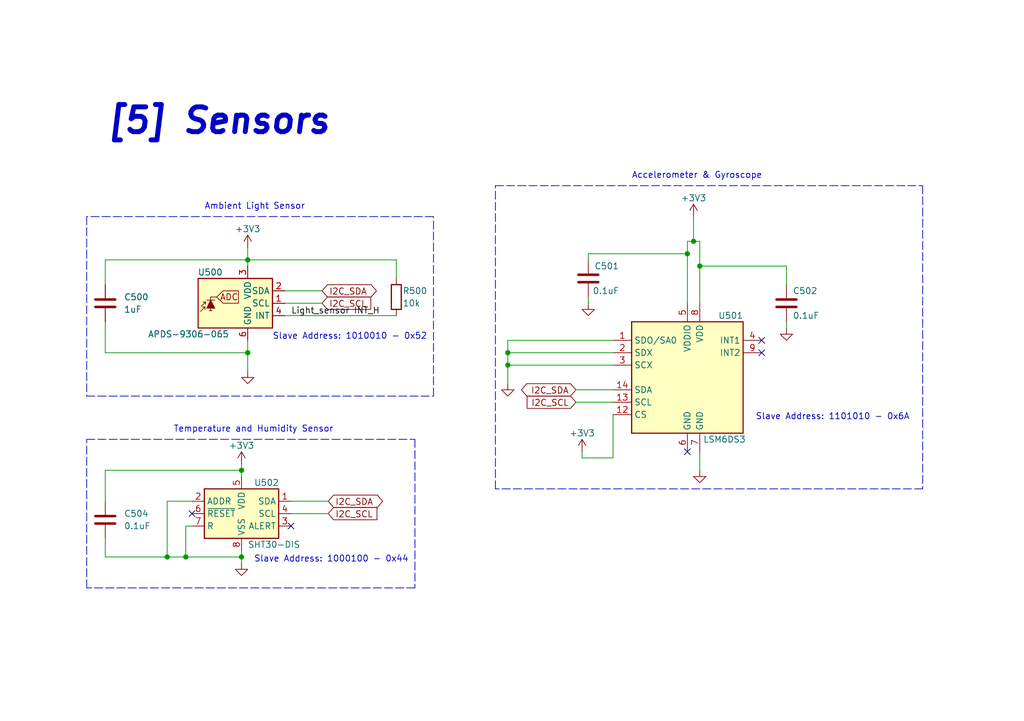
<source format=kicad_sch>
(kicad_sch (version 20231120) (generator "eeschema") (generator_version "8.0")
  (paper "A5")
  (lib_symbols
    (symbol "Device:C" (pin_numbers hide) (pin_names (offset 0.254))
      (property "Reference" "C" (at 0.635 2.54 0))
      (property "Value" "C" (at 0.635 -2.54 0))
      (symbol "C_0_1"
        (polyline (pts (xy -2.032 -0.762) (xy 2.032 -0.762)) (stroke (width 0.508)))
        (polyline (pts (xy -2.032 0.762) (xy 2.032 0.762)) (stroke (width 0.508)))
      )
      (symbol "C_1_1"
        (pin passive line (at 0 3.81 270) (length 2.794) (name "~") (number "1"))
        (pin passive line (at 0 -3.81 90) (length 2.794) (name "~") (number "2"))
      )
    )
    (symbol "Device:R" (pin_numbers hide) (pin_names (offset 0))
      (property "Reference" "R" (at 2.032 0 90))
      (property "Value" "R" (at 0 0 90))
      (symbol "R_0_1"
        (rectangle (start -1.016 -2.54) (end 1.016 2.54) (stroke (width 0.254)))
      )
      (symbol "R_1_1"
        (pin passive line (at 0 3.81 270) (length 1.27) (name "~") (number "1"))
        (pin passive line (at 0 -3.81 90) (length 1.27) (name "~") (number "2"))
      )
    )
    (symbol "Sensor_Humidity:SHT30-DIS"
      (property "Reference" "U" (at -6.35 6.35 0))
      (property "Value" "SHT30-DIS" (at 6.35 6.35 0))
      (symbol "SHT30-DIS_0_1"
        (rectangle (start -7.62 5.08) (end 7.62 -5.08) (stroke (width 0.254)) (fill (type background)))
      )
      (symbol "SHT30-DIS_1_1"
        (pin bidirectional line (at 10.16 2.54 180) (length 2.54) (name "SDA") (number "1"))
        (pin input line (at -10.16 2.54 0) (length 2.54) (name "ADDR") (number "2"))
        (pin output line (at 10.16 -2.54 180) (length 2.54) (name "ALERT") (number "3"))
        (pin input line (at 10.16 0 180) (length 2.54) (name "SCL") (number "4"))
        (pin power_in line (at 0 7.62 270) (length 2.54) (name "VDD") (number "5"))
        (pin input line (at -10.16 0 0) (length 2.54) (name "~{RESET}") (number "6"))
        (pin passive line (at -10.16 -2.54 0) (length 2.54) (name "R") (number "7"))
        (pin power_in line (at 0 -7.62 90) (length 2.54) (name "VSS") (number "8"))
        (pin passive line (at 0 -7.62 90) (length 2.54) hide (name "VSS") (number "9"))
      )
    )
    (symbol "Sensor_Motion:LSM6DS3"
      (property "Reference" "U" (at -11.43 15.24 0))
      (property "Value" "LSM6DS3" (at -11.43 12.7 0))
      (symbol "LSM6DS3_0_1"
        (rectangle (start 11.43 11.43) (end -11.43 -11.43) (stroke (width 0.254)) (fill (type background)))
      )
      (symbol "LSM6DS3_1_1"
        (pin bidirectional line (at -15.24 7.62 0) (length 3.81) (name "SDO/SA0") (number "1"))
        (pin no_connect line (at 10.16 -5.08 180) (length 3.81) hide (name "NC") (number "10"))
        (pin no_connect line (at 10.16 -2.54 180) (length 3.81) hide (name "NC") (number "11"))
        (pin input line (at -15.24 -7.62 0) (length 3.81) (name "CS") (number "12"))
        (pin input line (at -15.24 -5.08 0) (length 3.81) (name "SCL") (number "13"))
        (pin bidirectional line (at -15.24 -2.54 0) (length 3.81) (name "SDA") (number "14"))
        (pin bidirectional line (at -15.24 5.08 0) (length 3.81) (name "SDX") (number "2"))
        (pin input line (at -15.24 2.54 0) (length 3.81) (name "SCX") (number "3"))
        (pin output line (at 15.24 7.62 180) (length 3.81) (name "INT1") (number "4"))
        (pin power_in line (at 0 15.24 270) (length 3.81) (name "VDDIO") (number "5"))
        (pin power_in line (at 0 -15.24 90) (length 3.81) (name "GND") (number "6"))
        (pin power_in line (at 2.54 -15.24 90) (length 3.81) (name "GND") (number "7"))
        (pin power_in line (at 2.54 15.24 270) (length 3.81) (name "VDD") (number "8"))
        (pin output line (at 15.24 5.08 180) (length 3.81) (name "INT2") (number "9"))
      )
    )
    (symbol "Sensor_Optical:APDS-9306-065"
      (property "Reference" "U" (at -6.35 6.35 0))
      (property "Value" "APDS-9306-065" (at 3.81 6.35 0))
      (symbol "APDS-9306-065_0_0"
        (polyline (pts (xy -3.81 1.27) (xy -2.54 2.54) (xy 0.635 2.54) (xy 0.635 0) (xy -2.54 0) (xy -3.81 1.27)))
        (text "ADC" (at -1.27 1.27 0) (effects (font (size 1.27 1.27))))
      )
      (symbol "APDS-9306-065_0_1"
        (rectangle (start -7.62 5.08) (end 7.62 -5.08) (stroke (width 0.254)) (fill (type background)))
      )
      (symbol "APDS-9306-065_1_0"
        (polyline (pts (xy -5.08 -1.524) (xy -5.08 1.27) (xy -3.81 1.27)))
      )
      (symbol "APDS-9306-065_1_1"
        (polyline (pts (xy -6.223 -0.762) (xy -7.112 -1.651)))
        (polyline (pts (xy -6.223 -0.762) (xy -6.731 -0.762)))
        (polyline (pts (xy -6.223 -0.762) (xy -6.223 -1.27)))
        (polyline (pts (xy -6.096 0.254) (xy -6.985 -0.635)))
        (polyline (pts (xy -6.096 0.254) (xy -6.604 0.254)))
        (polyline (pts (xy -6.096 0.254) (xy -6.096 -0.254)))
        (polyline (pts (xy -5.842 0.635) (xy -4.191 0.635)))
        (polyline (pts (xy -4.826 -1.524) (xy -5.334 -1.524)))
        (polyline (pts (xy -5.842 -1.016) (xy -4.191 -1.016) (xy -5.08 0.635) (xy -5.842 -1.016)) (fill (type outline)))
        (pin input line (at 10.16 0 180) (length 2.54) (name "SCL") (number "1"))
        (pin bidirectional line (at 10.16 2.54 180) (length 2.54) (name "SDA") (number "2"))
        (pin power_in line (at 2.54 7.62 270) (length 2.54) (name "VDD") (number "3"))
        (pin open_collector line (at 10.16 -2.54 180) (length 2.54) (name "INT") (number "4"))
        (pin no_connect line (at -7.62 2.54 0) (length 2.54) hide (name "NC") (number "5"))
        (pin power_in line (at 2.54 -7.62 90) (length 2.54) (name "GND") (number "6"))
      )
    )
    (symbol "power:+3.3V" (power) (pin_names (offset 0))
      (property "Value" "+3.3V" (at 0 3.556 0))
      (symbol "+3.3V_0_1"
        (polyline (pts (xy -0.762 1.27) (xy 0 2.54)))
        (polyline (pts (xy 0 0) (xy 0 2.54)))
        (polyline (pts (xy 0 2.54) (xy 0.762 1.27)))
      )
      (symbol "+3.3V_1_1"
        (pin power_in line (at 0 0 90) (length 0) hide (name "+3V3") (number "1"))
      )
    )
    (symbol "power:GND" (power) (pin_names (offset 0))
      (property "Value" "GND" (at 0 -3.81 0))
      (symbol "GND_0_1"
        (polyline (pts (xy 0 0) (xy 0 -1.27) (xy 1.27 -1.27) (xy 0 -2.54) (xy -1.27 -1.27) (xy 0 -1.27)))
      )
      (symbol "GND_1_1"
        (pin power_in line (at 0 0 270) (length 0) hide (name "GND") (number "1"))
      )
    )
  )
  (junction (at 34.29 114.3))
  (junction (at 50.8 72.39))
  (junction (at 49.53 114.3))
  (junction (at 50.8 53.34))
  (junction (at 49.53 96.52))
  (junction (at 142.24 49.53))
  (junction (at 140.97 52.07))
  (junction (at 143.51 54.61))
  (junction (at 104.14 72.39))
  (junction (at 38.1 114.3))
  (junction (at 104.14 74.93))
  (no_connect (at 156.21 72.39))
  (no_connect (at 156.21 69.85))
  (no_connect (at 59.69 107.95))
  (no_connect (at 140.97 92.71))
  (no_connect (at 39.37 105.41))
  (wire (pts (xy 104.14 72.39) (xy 125.73 72.39)))
  (wire (pts (xy 58.42 64.77) (xy 81.28 64.77)))
  (wire (pts (xy 49.53 114.3) (xy 49.53 115.57)))
  (polyline (pts (xy 88.9 81.28) (xy 88.9 44.45)) (stroke (width 0) (type dash)))
  (wire (pts (xy 49.53 96.52) (xy 49.53 97.79)))
  (wire (pts (xy 142.24 44.45) (xy 142.24 49.53)))
  (wire (pts (xy 143.51 49.53) (xy 143.51 54.61)))
  (wire (pts (xy 21.59 53.34) (xy 21.59 58.42)))
  (wire (pts (xy 50.8 50.8) (xy 50.8 53.34)))
  (wire (pts (xy 142.24 49.53) (xy 140.97 49.53)))
  (wire (pts (xy 49.53 113.03) (xy 49.53 114.3)))
  (wire (pts (xy 104.14 74.93) (xy 125.73 74.93)))
  (wire (pts (xy 59.69 105.41) (xy 67.31 105.41)))
  (wire (pts (xy 21.59 72.39) (xy 50.8 72.39)))
  (wire (pts (xy 58.42 59.69) (xy 66.04 59.69)))
  (wire (pts (xy 125.73 82.55) (xy 118.11 82.55)))
  (wire (pts (xy 50.8 53.34) (xy 81.28 53.34)))
  (wire (pts (xy 104.14 78.74) (xy 104.14 74.93)))
  (wire (pts (xy 104.14 69.85) (xy 104.14 72.39)))
  (wire (pts (xy 50.8 53.34) (xy 50.8 54.61)))
  (wire (pts (xy 59.69 102.87) (xy 67.31 102.87)))
  (wire (pts (xy 140.97 52.07) (xy 140.97 62.23)))
  (polyline (pts (xy 17.78 120.65) (xy 17.78 90.17)) (stroke (width 0) (type dash)))
  (polyline (pts (xy 85.09 120.65) (xy 17.78 120.65)) (stroke (width 0) (type dash)))
  (polyline (pts (xy 88.9 44.45) (xy 17.78 44.45)) (stroke (width 0) (type dash)))
  (wire (pts (xy 125.73 80.01) (xy 118.11 80.01)))
  (wire (pts (xy 21.59 114.3) (xy 34.29 114.3)))
  (wire (pts (xy 143.51 92.71) (xy 143.51 96.52)))
  (wire (pts (xy 21.59 53.34) (xy 50.8 53.34)))
  (wire (pts (xy 120.65 53.34) (xy 120.65 52.07)))
  (polyline (pts (xy 17.78 44.45) (xy 17.78 81.28)) (stroke (width 0) (type dash)))
  (polyline (pts (xy 189.23 38.1) (xy 189.23 100.33)) (stroke (width 0) (type dash)))
  (wire (pts (xy 34.29 102.87) (xy 34.29 114.3)))
  (wire (pts (xy 39.37 102.87) (xy 34.29 102.87)))
  (wire (pts (xy 104.14 72.39) (xy 104.14 74.93)))
  (wire (pts (xy 140.97 49.53) (xy 140.97 52.07)))
  (wire (pts (xy 104.14 69.85) (xy 125.73 69.85)))
  (wire (pts (xy 50.8 72.39) (xy 50.8 76.2)))
  (wire (pts (xy 21.59 110.49) (xy 21.59 114.3)))
  (wire (pts (xy 21.59 66.04) (xy 21.59 72.39)))
  (wire (pts (xy 58.42 62.23) (xy 66.04 62.23)))
  (wire (pts (xy 142.24 49.53) (xy 143.51 49.53)))
  (wire (pts (xy 38.1 107.95) (xy 38.1 114.3)))
  (polyline (pts (xy 101.6 100.33) (xy 101.6 38.1)) (stroke (width 0) (type dash)))
  (wire (pts (xy 21.59 102.87) (xy 21.59 96.52)))
  (wire (pts (xy 143.51 62.23) (xy 143.51 54.61)))
  (polyline (pts (xy 17.78 81.28) (xy 88.9 81.28)) (stroke (width 0) (type dash)))
  (wire (pts (xy 120.65 52.07) (xy 140.97 52.07)))
  (polyline (pts (xy 85.09 90.17) (xy 85.09 120.65)) (stroke (width 0) (type dash)))
  (wire (pts (xy 120.65 60.96) (xy 120.65 62.23)))
  (polyline (pts (xy 101.6 38.1) (xy 189.23 38.1)) (stroke (width 0) (type dash)))
  (wire (pts (xy 49.53 95.25) (xy 49.53 96.52)))
  (wire (pts (xy 34.29 114.3) (xy 38.1 114.3)))
  (wire (pts (xy 161.29 54.61) (xy 161.29 58.42)))
  (wire (pts (xy 125.73 85.09) (xy 125.73 93.98)))
  (wire (pts (xy 21.59 96.52) (xy 49.53 96.52)))
  (wire (pts (xy 119.38 93.98) (xy 119.38 92.71)))
  (wire (pts (xy 143.51 54.61) (xy 161.29 54.61)))
  (wire (pts (xy 161.29 67.31) (xy 161.29 66.04)))
  (wire (pts (xy 119.38 93.98) (xy 125.73 93.98)))
  (wire (pts (xy 38.1 114.3) (xy 49.53 114.3)))
  (wire (pts (xy 39.37 107.95) (xy 38.1 107.95)))
  (polyline (pts (xy 189.23 100.33) (xy 101.6 100.33)) (stroke (width 0) (type dash)))
  (wire (pts (xy 81.28 53.34) (xy 81.28 57.15)))
  (wire (pts (xy 50.8 69.85) (xy 50.8 72.39)))
  (polyline (pts (xy 17.78 90.17) (xy 85.09 90.17)) (stroke (width 0) (type dash)))
  (text "Slave Address: 1101010 - 0x6A" (at 154.94 86.36 0) (effects (font (size 1.27 1.27)) (justify left bottom)))
  (text "Temperature and Humidity Sensor" (at 35.56 88.9 0) (effects (font (size 1.27 1.27)) (justify left bottom)))
  (text "[5] Sensors" (at 21.59 27.94 0) (effects (font (size 5.08 5.08) (thickness 1.016) (bold yes) (italic yes)) (justify left bottom)))
  (text "Slave Address: 1000100 - 0x44" (at 52.07 115.57 0) (effects (font (size 1.27 1.27)) (justify left bottom)))
  (text "Accelerometer & Gyroscope" (at 129.54 36.83 0) (effects (font (size 1.27 1.27)) (justify left bottom)))
  (text "Ambient Light Sensor" (at 41.91 43.18 0) (effects (font (size 1.27 1.27)) (justify left bottom)))
  (text "Slave Address: 1010010 - 0x52" (at 55.88 69.85 0) (effects (font (size 1.27 1.27)) (justify left bottom)))
  (label "Light_sensor INT_H" (at 59.69 64.77 0))
  (global_label "I2C_SDA" (shape bidirectional) (at 66.04 59.69 0) (property "Intersheetrefs" "${INTERSHEET_REFS}" (effects (hide yes))))
  (global_label "I2C_SCL" (shape input) (at 66.04 62.23 0) (property "Intersheetrefs" "${INTERSHEET_REFS}" (effects (hide yes))))
  (global_label "I2C_SDA" (shape bidirectional) (at 67.31 102.87 0) (property "Intersheetrefs" "${INTERSHEET_REFS}" (effects (hide yes))))
  (global_label "I2C_SCL" (shape input) (at 118.11 82.55 180) (property "Intersheetrefs" "${INTERSHEET_REFS}" (effects (hide yes))))
  (global_label "I2C_SDA" (shape bidirectional) (at 118.11 80.01 180) (property "Intersheetrefs" "${INTERSHEET_REFS}" (effects (hide yes))))
  (global_label "I2C_SCL" (shape input) (at 67.31 105.41 0) (property "Intersheetrefs" "${INTERSHEET_REFS}" (effects (hide yes))))
  (symbol (lib_id "power:GND") (at 120.65 62.23 0) (unit 1)
    (property "Reference" "#PWR0178" (effects (hide yes)))
    (property "Value" "GND" (effects (hide yes)))
  )
  (symbol (lib_id "power:GND") (at 161.29 67.31 0) (unit 1)
    (property "Reference" "#PWR0184" (effects (hide yes)))
    (property "Value" "GND" (effects (hide yes)))
  )
  (symbol (lib_id "Device:C") (at 21.59 62.23 0) (unit 1)
    (property "Reference" "C500" (at 25.4 60.9599 0) (effects (justify left)))
    (property "Value" "1uF" (at 25.4 63.4999 0) (effects (justify left)))
    (property "Footprint" "Capacitor_SMD:C_0603_1608Metric" (effects (hide yes)))
  )
  (symbol (lib_id "power:GND") (at 50.8 76.2 0) (unit 1)
    (property "Reference" "#PWR0182" (effects (hide yes)))
    (property "Value" "GND" (effects (hide yes)))
  )
  (symbol (lib_id "power:+3.3V") (at 50.8 50.8 0) (unit 1)
    (property "Reference" "#PWR0181" (effects (hide yes)))
    (property "Value" "+3V3" (at 50.8 46.99 0))
  )
  (symbol (lib_id "power:+3.3V") (at 119.38 92.71 0) (unit 1)
    (property "Reference" "#PWR0179" (effects (hide yes)))
    (property "Value" "+3V3" (at 119.38 88.9 0))
  )
  (symbol (lib_id "Sensor_Humidity:SHT30-DIS") (at 49.53 105.41 0) (unit 1)
    (property "Reference" "U502" (at 52.07 99.06 0) (effects (justify left)))
    (property "Value" "SHT30-DIS" (at 50.8 111.76 0) (effects (justify left)))
    (property "Footprint" "Sensor_Humidity:Sensirion_DFN-8-1EP_2.5x2.5mm_P0.5mm_EP1.1x1.7mm" (effects (hide yes)))
    (property "Datasheet" "https://www.sensirion.com/fileadmin/user_upload/customers/sensirion/Dokumente/2_Humidity_Sensors/Datasheets/Sensirion_Humidity_Sensors_SHT3x_Datasheet_digital.pdf" (effects (hide yes)))
  )
  (symbol (lib_id "power:+3.3V") (at 142.24 44.45 0) (unit 1)
    (property "Reference" "#PWR0183" (effects (hide yes)))
    (property "Value" "+3V3" (at 142.24 40.64 0))
  )
  (symbol (lib_id "power:GND") (at 49.53 115.57 0) (unit 1)
    (property "Reference" "#PWR0176" (effects (hide yes)))
    (property "Value" "GND" (effects (hide yes)))
  )
  (symbol (lib_id "Device:R") (at 81.28 60.96 0) (unit 1)
    (property "Reference" "R500" (at 82.55 59.69 0) (effects (justify left)))
    (property "Value" "10k" (at 82.55 62.23 0) (effects (justify left)))
    (property "Footprint" "Resistor_SMD:R_0603_1608Metric" (effects (hide yes)))
  )
  (symbol (lib_id "Sensor_Optical:APDS-9306-065") (at 48.26 62.23 0) (unit 1)
    (property "Reference" "U500" (at 45.72 55.88 0) (effects (justify right)))
    (property "Value" "APDS-9306-065" (at 46.99 68.58 0) (effects (justify right)))
    (property "Footprint" "OptoDevice:Broadcom_DFN-6_2x2mm_P0.65mm" (effects (hide yes)))
    (property "Datasheet" "https://docs.broadcom.com/docs/AV02-4755EN" (effects (hide yes)))
  )
  (symbol (lib_id "Device:C") (at 21.59 106.68 0) (unit 1)
    (property "Reference" "C504" (at 25.4 105.4099 0) (effects (justify left)))
    (property "Value" "0.1uF" (at 25.4 107.9499 0) (effects (justify left)))
    (property "Footprint" "Capacitor_SMD:C_0603_1608Metric" (effects (hide yes)))
  )
  (symbol (lib_id "Device:C") (at 161.29 62.23 180) (unit 1)
    (property "Reference" "C502" (at 162.56 59.69 0) (effects (justify right)))
    (property "Value" "0.1uF" (at 162.56 64.77 0) (effects (justify right)))
    (property "Footprint" "Capacitor_SMD:C_0603_1608Metric" (effects (hide yes)))
  )
  (symbol (lib_id "power:+3.3V") (at 49.53 95.25 0) (unit 1)
    (property "Reference" "#PWR0177" (effects (hide yes)))
    (property "Value" "+3V3" (at 49.53 91.44 0))
  )
  (symbol (lib_id "power:GND") (at 104.14 78.74 0) (unit 1)
    (property "Reference" "#PWR0180" (effects (hide yes)))
    (property "Value" "GND" (effects (hide yes)))
  )
  (symbol (lib_id "Sensor_Motion:LSM6DS3") (at 140.97 77.47 0) (unit 1)
    (property "Reference" "U501" (at 149.86 64.77 0))
    (property "Value" "LSM6DS3" (at 148.59 90.17 0))
    (property "Footprint" "Package_LGA:LGA-14_3x2.5mm_P0.5mm_LayoutBorder3x4y" (effects (hide yes)))
    (property "Datasheet" "www.st.com/resource/en/datasheet/lsm6ds3.pdf" (effects (hide yes)))
  )
  (symbol (lib_id "Device:C") (at 120.65 57.15 180) (unit 1)
    (property "Reference" "C501" (at 127 54.61 0) (effects (justify left)))
    (property "Value" "0.1uF" (at 127 59.69 0) (effects (justify left)))
    (property "Footprint" "Capacitor_SMD:C_0603_1608Metric" (effects (hide yes)))
  )
  (symbol (lib_id "power:GND") (at 143.51 96.52 0) (unit 1)
    (property "Reference" "#PWR0185" (effects (hide yes)))
    (property "Value" "GND" (effects (hide yes)))
  )
)
</source>
